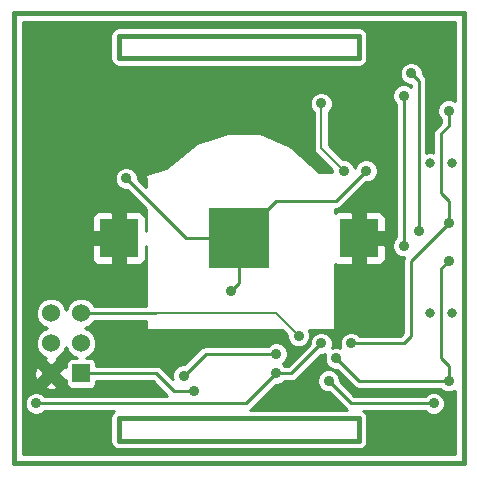
<source format=gbl>
G04 (created by PCBNEW-RS274X (2011-nov-30)-testing) date Mon 10 Sep 2012 05:33:44 PM EDT*
%MOIN*%
G04 Gerber Fmt 3.4, Leading zero omitted, Abs format*
%FSLAX34Y34*%
G01*
G70*
G90*
G04 APERTURE LIST*
%ADD10C,0.006*%
%ADD11C,0.015*%
%ADD12C,0.0315*%
%ADD13R,0.13X0.13*%
%ADD14R,0.2X0.2*%
%ADD15R,0.06X0.06*%
%ADD16C,0.06*%
%ADD17C,0.035*%
%ADD18C,0.008*%
%ADD19C,0.01*%
G04 APERTURE END LIST*
G54D10*
G54D11*
X79500Y-62500D02*
X87500Y-62500D01*
X87500Y-62500D02*
X87500Y-63250D01*
X87500Y-63250D02*
X79500Y-63250D01*
X79500Y-63250D02*
X79500Y-62500D01*
X79500Y-50500D02*
X79500Y-49750D01*
X87500Y-50500D02*
X79500Y-50500D01*
X87500Y-49750D02*
X87500Y-50500D01*
X79500Y-49750D02*
X87500Y-49750D01*
X91000Y-64000D02*
X91000Y-49000D01*
X76000Y-64000D02*
X91000Y-64000D01*
X76000Y-49000D02*
X76000Y-64000D01*
X76000Y-64000D02*
X76000Y-49000D01*
X76000Y-49000D02*
X91000Y-49000D01*
G54D12*
X90604Y-59000D03*
X89896Y-59000D03*
X90604Y-54000D03*
X89896Y-54000D03*
G54D13*
X87500Y-56500D03*
X79500Y-56500D03*
G54D14*
X83500Y-56500D03*
G54D15*
X78250Y-61000D03*
G54D16*
X77250Y-61000D03*
X78250Y-60000D03*
X77250Y-60000D03*
X78250Y-59000D03*
X77250Y-59000D03*
G54D17*
X85500Y-59750D03*
X87750Y-54250D03*
X83250Y-58250D03*
X79750Y-54500D03*
X86500Y-61250D03*
X90000Y-62000D03*
X89500Y-56250D03*
X89250Y-51000D03*
X89000Y-56750D03*
X89000Y-51750D03*
X87000Y-54250D03*
X86250Y-52000D03*
X82000Y-61600D03*
X76750Y-62000D03*
X86250Y-60000D03*
X84750Y-61000D03*
X84750Y-60350D03*
X81675Y-61075D03*
X90500Y-52250D03*
X90500Y-56000D03*
X87250Y-60000D03*
X90500Y-57250D03*
X90500Y-61250D03*
X86750Y-60500D03*
X78250Y-58000D03*
X80000Y-61500D03*
X80500Y-54000D03*
G54D18*
X85500Y-59750D02*
X84750Y-59000D01*
G54D19*
X78250Y-59000D02*
X80750Y-59000D01*
G54D18*
X84750Y-59000D02*
X80750Y-59000D01*
G54D19*
X87750Y-54250D02*
X86750Y-55250D01*
X86750Y-55250D02*
X84750Y-55250D01*
X84750Y-55250D02*
X83500Y-56500D01*
X83500Y-56500D02*
X83500Y-58000D01*
X83500Y-58000D02*
X83250Y-58250D01*
X83500Y-56500D02*
X81750Y-56500D01*
X81750Y-56500D02*
X79750Y-54500D01*
X86500Y-61250D02*
X87250Y-62000D01*
X87250Y-62000D02*
X90000Y-62000D01*
X89500Y-56250D02*
X89500Y-54500D01*
X89250Y-51000D02*
X89500Y-51250D01*
X89500Y-51250D02*
X89500Y-54500D01*
X89000Y-51750D02*
X89000Y-56750D01*
G54D18*
X86250Y-53500D02*
X87000Y-54250D01*
X86250Y-52000D02*
X86250Y-53500D01*
G54D19*
X78250Y-61000D02*
X80750Y-61000D01*
X81350Y-61600D02*
X82000Y-61600D01*
X80750Y-61000D02*
X81350Y-61600D01*
X76750Y-62000D02*
X77500Y-62000D01*
X84750Y-61000D02*
X85250Y-61000D01*
X85250Y-61000D02*
X86250Y-60000D01*
X83750Y-62000D02*
X84750Y-61000D01*
X77500Y-62000D02*
X83750Y-62000D01*
X82400Y-60350D02*
X84750Y-60350D01*
X81675Y-61075D02*
X82400Y-60350D01*
X90500Y-56000D02*
X90500Y-55250D01*
X90500Y-52750D02*
X90500Y-52250D01*
X90250Y-53000D02*
X90500Y-52750D01*
X90250Y-55000D02*
X90250Y-53000D01*
X90500Y-55250D02*
X90250Y-55000D01*
X89250Y-57250D02*
X90500Y-56000D01*
X89250Y-59750D02*
X89250Y-57250D01*
X89000Y-60000D02*
X89250Y-59750D01*
X87250Y-60000D02*
X89000Y-60000D01*
X90500Y-60750D02*
X90500Y-61250D01*
X90250Y-60500D02*
X90500Y-60750D01*
X90250Y-57500D02*
X90250Y-60500D01*
X90500Y-57250D02*
X90250Y-57500D01*
X87500Y-61250D02*
X90500Y-61250D01*
X86750Y-60500D02*
X87500Y-61250D01*
G54D10*
G36*
X90700Y-63700D02*
X86700Y-63700D01*
X86650Y-63700D01*
X76300Y-63700D01*
X76300Y-49300D01*
X90700Y-49300D01*
X90700Y-51915D01*
X90577Y-51865D01*
X90424Y-51864D01*
X90282Y-51923D01*
X90173Y-52031D01*
X90115Y-52173D01*
X90114Y-52326D01*
X90173Y-52468D01*
X90240Y-52535D01*
X90240Y-52642D01*
X90066Y-52816D01*
X90010Y-52900D01*
X89990Y-53000D01*
X89990Y-53641D01*
X89969Y-53633D01*
X89823Y-53633D01*
X89760Y-53659D01*
X89760Y-51250D01*
X89740Y-51151D01*
X89739Y-51150D01*
X89684Y-51066D01*
X89681Y-51064D01*
X89635Y-51018D01*
X89636Y-50924D01*
X89577Y-50782D01*
X89469Y-50673D01*
X89327Y-50615D01*
X89174Y-50614D01*
X89032Y-50673D01*
X88923Y-50781D01*
X88865Y-50923D01*
X88864Y-51076D01*
X88923Y-51218D01*
X89031Y-51327D01*
X89173Y-51385D01*
X89240Y-51385D01*
X89240Y-51444D01*
X89219Y-51423D01*
X89077Y-51365D01*
X88924Y-51364D01*
X88782Y-51423D01*
X88673Y-51531D01*
X88615Y-51673D01*
X88614Y-51826D01*
X88673Y-51968D01*
X88740Y-52035D01*
X88740Y-56464D01*
X88673Y-56531D01*
X88615Y-56673D01*
X88614Y-56826D01*
X88673Y-56968D01*
X88781Y-57077D01*
X88923Y-57135D01*
X89019Y-57135D01*
X89010Y-57150D01*
X88990Y-57250D01*
X88990Y-59642D01*
X88892Y-59740D01*
X88400Y-59740D01*
X88400Y-56762D01*
X88400Y-56238D01*
X88399Y-55899D01*
X88399Y-55800D01*
X88361Y-55709D01*
X88291Y-55639D01*
X88199Y-55601D01*
X87762Y-55600D01*
X87700Y-55662D01*
X87700Y-56300D01*
X88338Y-56300D01*
X88400Y-56238D01*
X88400Y-56762D01*
X88338Y-56700D01*
X87700Y-56700D01*
X87700Y-57338D01*
X87762Y-57400D01*
X88199Y-57399D01*
X88291Y-57361D01*
X88361Y-57291D01*
X88399Y-57200D01*
X88399Y-57101D01*
X88400Y-56762D01*
X88400Y-59740D01*
X87535Y-59740D01*
X87469Y-59673D01*
X87327Y-59615D01*
X87174Y-59614D01*
X87032Y-59673D01*
X86923Y-59781D01*
X86865Y-59923D01*
X86864Y-60076D01*
X86891Y-60141D01*
X86827Y-60115D01*
X86700Y-60114D01*
X86674Y-60114D01*
X86608Y-60141D01*
X86635Y-60077D01*
X86636Y-59924D01*
X86577Y-59782D01*
X86469Y-59673D01*
X86327Y-59615D01*
X86174Y-59614D01*
X86032Y-59673D01*
X85923Y-59781D01*
X85865Y-59923D01*
X85864Y-60017D01*
X85142Y-60740D01*
X85035Y-60740D01*
X84970Y-60674D01*
X85077Y-60569D01*
X85135Y-60427D01*
X85136Y-60274D01*
X85077Y-60132D01*
X84969Y-60023D01*
X84827Y-59965D01*
X84674Y-59964D01*
X84532Y-60023D01*
X84464Y-60090D01*
X82400Y-60090D01*
X82301Y-60110D01*
X82216Y-60166D01*
X81692Y-60689D01*
X81599Y-60689D01*
X81457Y-60748D01*
X81348Y-60856D01*
X81290Y-60998D01*
X81289Y-61151D01*
X81303Y-61186D01*
X80934Y-60816D01*
X80850Y-60760D01*
X80750Y-60740D01*
X78760Y-60740D01*
X78760Y-60658D01*
X78728Y-60581D01*
X78669Y-60522D01*
X78592Y-60490D01*
X78508Y-60490D01*
X78397Y-60490D01*
X78538Y-60432D01*
X78681Y-60289D01*
X78759Y-60102D01*
X78759Y-59899D01*
X78682Y-59712D01*
X78539Y-59569D01*
X78373Y-59499D01*
X78538Y-59432D01*
X78681Y-59289D01*
X78693Y-59260D01*
X80400Y-59260D01*
X80400Y-59550D01*
X84946Y-59550D01*
X85114Y-59717D01*
X85114Y-59826D01*
X85173Y-59968D01*
X85281Y-60077D01*
X85423Y-60135D01*
X85576Y-60136D01*
X85718Y-60077D01*
X85827Y-59969D01*
X85885Y-59827D01*
X85886Y-59674D01*
X85834Y-59550D01*
X86700Y-59550D01*
X86700Y-57352D01*
X86709Y-57361D01*
X86801Y-57399D01*
X87238Y-57400D01*
X87300Y-57338D01*
X87300Y-56750D01*
X87300Y-56700D01*
X87300Y-56300D01*
X87300Y-56250D01*
X87300Y-55662D01*
X87238Y-55600D01*
X86801Y-55601D01*
X86709Y-55639D01*
X86700Y-55648D01*
X86700Y-55510D01*
X86750Y-55510D01*
X86849Y-55490D01*
X86850Y-55490D01*
X86934Y-55434D01*
X87732Y-54635D01*
X87826Y-54636D01*
X87968Y-54577D01*
X88077Y-54469D01*
X88135Y-54327D01*
X88136Y-54174D01*
X88077Y-54032D01*
X87969Y-53923D01*
X87827Y-53865D01*
X87785Y-53864D01*
X87785Y-50500D01*
X87785Y-49750D01*
X87763Y-49641D01*
X87702Y-49548D01*
X87609Y-49487D01*
X87500Y-49465D01*
X79500Y-49465D01*
X79391Y-49487D01*
X79298Y-49548D01*
X79237Y-49641D01*
X79215Y-49750D01*
X79215Y-50500D01*
X79237Y-50609D01*
X79298Y-50702D01*
X79391Y-50763D01*
X79500Y-50785D01*
X87500Y-50785D01*
X87609Y-50763D01*
X87702Y-50702D01*
X87763Y-50609D01*
X87785Y-50500D01*
X87785Y-53864D01*
X87674Y-53864D01*
X87532Y-53923D01*
X87423Y-54031D01*
X87375Y-54148D01*
X87327Y-54032D01*
X87219Y-53923D01*
X87077Y-53865D01*
X86967Y-53864D01*
X86500Y-53396D01*
X86500Y-52295D01*
X86577Y-52219D01*
X86635Y-52077D01*
X86636Y-51924D01*
X86577Y-51782D01*
X86469Y-51673D01*
X86327Y-51615D01*
X86174Y-51614D01*
X86032Y-51673D01*
X85923Y-51781D01*
X85865Y-51923D01*
X85864Y-52076D01*
X85923Y-52218D01*
X86000Y-52295D01*
X86000Y-53500D01*
X86019Y-53596D01*
X86073Y-53677D01*
X86614Y-54217D01*
X86614Y-54300D01*
X86170Y-54300D01*
X85227Y-53407D01*
X84210Y-53000D01*
X83143Y-53000D01*
X82126Y-53305D01*
X81076Y-54155D01*
X80305Y-54375D01*
X80400Y-54471D01*
X80400Y-54782D01*
X80135Y-54517D01*
X80136Y-54424D01*
X80077Y-54282D01*
X79969Y-54173D01*
X79827Y-54115D01*
X79674Y-54114D01*
X79532Y-54173D01*
X79423Y-54281D01*
X79365Y-54423D01*
X79364Y-54576D01*
X79423Y-54718D01*
X79531Y-54827D01*
X79673Y-54885D01*
X79767Y-54885D01*
X80400Y-55518D01*
X80400Y-56238D01*
X80399Y-55899D01*
X80399Y-55800D01*
X80361Y-55709D01*
X80291Y-55639D01*
X80199Y-55601D01*
X79762Y-55600D01*
X79700Y-55662D01*
X79700Y-56250D01*
X79700Y-56300D01*
X79700Y-56700D01*
X79700Y-56750D01*
X79700Y-57338D01*
X79762Y-57400D01*
X80199Y-57399D01*
X80291Y-57361D01*
X80361Y-57291D01*
X80399Y-57200D01*
X80399Y-57101D01*
X80400Y-56762D01*
X80400Y-58740D01*
X79300Y-58740D01*
X79300Y-57338D01*
X79300Y-56700D01*
X79300Y-56300D01*
X79300Y-55662D01*
X79238Y-55600D01*
X78801Y-55601D01*
X78709Y-55639D01*
X78639Y-55709D01*
X78601Y-55800D01*
X78601Y-55899D01*
X78600Y-56238D01*
X78662Y-56300D01*
X79300Y-56300D01*
X79300Y-56700D01*
X78662Y-56700D01*
X78600Y-56762D01*
X78601Y-57101D01*
X78601Y-57200D01*
X78639Y-57291D01*
X78709Y-57361D01*
X78801Y-57399D01*
X79238Y-57400D01*
X79300Y-57338D01*
X79300Y-58740D01*
X78693Y-58740D01*
X78682Y-58712D01*
X78539Y-58569D01*
X78352Y-58491D01*
X78149Y-58491D01*
X77962Y-58568D01*
X77819Y-58711D01*
X77749Y-58876D01*
X77682Y-58712D01*
X77539Y-58569D01*
X77352Y-58491D01*
X77149Y-58491D01*
X76962Y-58568D01*
X76819Y-58711D01*
X76741Y-58898D01*
X76741Y-59101D01*
X76818Y-59288D01*
X76961Y-59431D01*
X77126Y-59500D01*
X76962Y-59568D01*
X76819Y-59711D01*
X76741Y-59898D01*
X76741Y-60101D01*
X76818Y-60288D01*
X76961Y-60431D01*
X77064Y-60473D01*
X77054Y-60476D01*
X77021Y-60559D01*
X77250Y-60788D01*
X77479Y-60559D01*
X77446Y-60476D01*
X77435Y-60474D01*
X77538Y-60432D01*
X77681Y-60289D01*
X77750Y-60123D01*
X77818Y-60288D01*
X77961Y-60431D01*
X78102Y-60490D01*
X77908Y-60490D01*
X77831Y-60522D01*
X77772Y-60581D01*
X77740Y-60658D01*
X77740Y-60742D01*
X77740Y-60790D01*
X77691Y-60771D01*
X77462Y-61000D01*
X77691Y-61229D01*
X77740Y-61209D01*
X77740Y-61342D01*
X77772Y-61419D01*
X77831Y-61478D01*
X77908Y-61510D01*
X77992Y-61510D01*
X78592Y-61510D01*
X78669Y-61478D01*
X78728Y-61419D01*
X78760Y-61342D01*
X78760Y-61260D01*
X80642Y-61260D01*
X81122Y-61740D01*
X77500Y-61740D01*
X77479Y-61740D01*
X77479Y-61441D01*
X77250Y-61212D01*
X77038Y-61424D01*
X77038Y-61000D01*
X76809Y-60771D01*
X76726Y-60804D01*
X76691Y-61020D01*
X76726Y-61196D01*
X76809Y-61229D01*
X77038Y-61000D01*
X77038Y-61424D01*
X77021Y-61441D01*
X77054Y-61524D01*
X77270Y-61559D01*
X77446Y-61524D01*
X77479Y-61441D01*
X77479Y-61740D01*
X77035Y-61740D01*
X76969Y-61673D01*
X76827Y-61615D01*
X76674Y-61614D01*
X76532Y-61673D01*
X76423Y-61781D01*
X76365Y-61923D01*
X76364Y-62076D01*
X76423Y-62218D01*
X76531Y-62327D01*
X76673Y-62385D01*
X76826Y-62386D01*
X76968Y-62327D01*
X77035Y-62260D01*
X77500Y-62260D01*
X79355Y-62260D01*
X79298Y-62298D01*
X79237Y-62391D01*
X79215Y-62500D01*
X79215Y-63250D01*
X79237Y-63359D01*
X79298Y-63452D01*
X79391Y-63513D01*
X79500Y-63535D01*
X86700Y-63535D01*
X87500Y-63535D01*
X87609Y-63513D01*
X87702Y-63452D01*
X87763Y-63359D01*
X87785Y-63250D01*
X87785Y-62500D01*
X87763Y-62391D01*
X87702Y-62298D01*
X87644Y-62260D01*
X89714Y-62260D01*
X89781Y-62327D01*
X89923Y-62385D01*
X90076Y-62386D01*
X90218Y-62327D01*
X90327Y-62219D01*
X90385Y-62077D01*
X90386Y-61924D01*
X90327Y-61782D01*
X90219Y-61673D01*
X90077Y-61615D01*
X89924Y-61614D01*
X89782Y-61673D01*
X89714Y-61740D01*
X87357Y-61740D01*
X86885Y-61267D01*
X86886Y-61174D01*
X86827Y-61032D01*
X86719Y-60923D01*
X86700Y-60915D01*
X86577Y-60865D01*
X86424Y-60864D01*
X86282Y-60923D01*
X86173Y-61031D01*
X86115Y-61173D01*
X86114Y-61326D01*
X86173Y-61468D01*
X86281Y-61577D01*
X86423Y-61635D01*
X86517Y-61635D01*
X86700Y-61817D01*
X87064Y-62181D01*
X87066Y-62184D01*
X87113Y-62215D01*
X86700Y-62215D01*
X83887Y-62215D01*
X83934Y-62184D01*
X84732Y-61385D01*
X84826Y-61386D01*
X84968Y-61327D01*
X85035Y-61260D01*
X85250Y-61260D01*
X85349Y-61240D01*
X85350Y-61240D01*
X85434Y-61184D01*
X86232Y-60385D01*
X86326Y-60386D01*
X86391Y-60358D01*
X86365Y-60423D01*
X86364Y-60576D01*
X86423Y-60718D01*
X86531Y-60827D01*
X86673Y-60885D01*
X86700Y-60885D01*
X86767Y-60885D01*
X87314Y-61431D01*
X87316Y-61434D01*
X87400Y-61489D01*
X87401Y-61490D01*
X87500Y-61510D01*
X90214Y-61510D01*
X90281Y-61577D01*
X90423Y-61635D01*
X90576Y-61636D01*
X90700Y-61584D01*
X90700Y-63700D01*
X90700Y-63700D01*
G37*
G54D19*
X90700Y-63700D02*
X86700Y-63700D01*
X86650Y-63700D01*
X76300Y-63700D01*
X76300Y-49300D01*
X90700Y-49300D01*
X90700Y-51915D01*
X90577Y-51865D01*
X90424Y-51864D01*
X90282Y-51923D01*
X90173Y-52031D01*
X90115Y-52173D01*
X90114Y-52326D01*
X90173Y-52468D01*
X90240Y-52535D01*
X90240Y-52642D01*
X90066Y-52816D01*
X90010Y-52900D01*
X89990Y-53000D01*
X89990Y-53641D01*
X89969Y-53633D01*
X89823Y-53633D01*
X89760Y-53659D01*
X89760Y-51250D01*
X89740Y-51151D01*
X89739Y-51150D01*
X89684Y-51066D01*
X89681Y-51064D01*
X89635Y-51018D01*
X89636Y-50924D01*
X89577Y-50782D01*
X89469Y-50673D01*
X89327Y-50615D01*
X89174Y-50614D01*
X89032Y-50673D01*
X88923Y-50781D01*
X88865Y-50923D01*
X88864Y-51076D01*
X88923Y-51218D01*
X89031Y-51327D01*
X89173Y-51385D01*
X89240Y-51385D01*
X89240Y-51444D01*
X89219Y-51423D01*
X89077Y-51365D01*
X88924Y-51364D01*
X88782Y-51423D01*
X88673Y-51531D01*
X88615Y-51673D01*
X88614Y-51826D01*
X88673Y-51968D01*
X88740Y-52035D01*
X88740Y-56464D01*
X88673Y-56531D01*
X88615Y-56673D01*
X88614Y-56826D01*
X88673Y-56968D01*
X88781Y-57077D01*
X88923Y-57135D01*
X89019Y-57135D01*
X89010Y-57150D01*
X88990Y-57250D01*
X88990Y-59642D01*
X88892Y-59740D01*
X88400Y-59740D01*
X88400Y-56762D01*
X88400Y-56238D01*
X88399Y-55899D01*
X88399Y-55800D01*
X88361Y-55709D01*
X88291Y-55639D01*
X88199Y-55601D01*
X87762Y-55600D01*
X87700Y-55662D01*
X87700Y-56300D01*
X88338Y-56300D01*
X88400Y-56238D01*
X88400Y-56762D01*
X88338Y-56700D01*
X87700Y-56700D01*
X87700Y-57338D01*
X87762Y-57400D01*
X88199Y-57399D01*
X88291Y-57361D01*
X88361Y-57291D01*
X88399Y-57200D01*
X88399Y-57101D01*
X88400Y-56762D01*
X88400Y-59740D01*
X87535Y-59740D01*
X87469Y-59673D01*
X87327Y-59615D01*
X87174Y-59614D01*
X87032Y-59673D01*
X86923Y-59781D01*
X86865Y-59923D01*
X86864Y-60076D01*
X86891Y-60141D01*
X86827Y-60115D01*
X86700Y-60114D01*
X86674Y-60114D01*
X86608Y-60141D01*
X86635Y-60077D01*
X86636Y-59924D01*
X86577Y-59782D01*
X86469Y-59673D01*
X86327Y-59615D01*
X86174Y-59614D01*
X86032Y-59673D01*
X85923Y-59781D01*
X85865Y-59923D01*
X85864Y-60017D01*
X85142Y-60740D01*
X85035Y-60740D01*
X84970Y-60674D01*
X85077Y-60569D01*
X85135Y-60427D01*
X85136Y-60274D01*
X85077Y-60132D01*
X84969Y-60023D01*
X84827Y-59965D01*
X84674Y-59964D01*
X84532Y-60023D01*
X84464Y-60090D01*
X82400Y-60090D01*
X82301Y-60110D01*
X82216Y-60166D01*
X81692Y-60689D01*
X81599Y-60689D01*
X81457Y-60748D01*
X81348Y-60856D01*
X81290Y-60998D01*
X81289Y-61151D01*
X81303Y-61186D01*
X80934Y-60816D01*
X80850Y-60760D01*
X80750Y-60740D01*
X78760Y-60740D01*
X78760Y-60658D01*
X78728Y-60581D01*
X78669Y-60522D01*
X78592Y-60490D01*
X78508Y-60490D01*
X78397Y-60490D01*
X78538Y-60432D01*
X78681Y-60289D01*
X78759Y-60102D01*
X78759Y-59899D01*
X78682Y-59712D01*
X78539Y-59569D01*
X78373Y-59499D01*
X78538Y-59432D01*
X78681Y-59289D01*
X78693Y-59260D01*
X80400Y-59260D01*
X80400Y-59550D01*
X84946Y-59550D01*
X85114Y-59717D01*
X85114Y-59826D01*
X85173Y-59968D01*
X85281Y-60077D01*
X85423Y-60135D01*
X85576Y-60136D01*
X85718Y-60077D01*
X85827Y-59969D01*
X85885Y-59827D01*
X85886Y-59674D01*
X85834Y-59550D01*
X86700Y-59550D01*
X86700Y-57352D01*
X86709Y-57361D01*
X86801Y-57399D01*
X87238Y-57400D01*
X87300Y-57338D01*
X87300Y-56750D01*
X87300Y-56700D01*
X87300Y-56300D01*
X87300Y-56250D01*
X87300Y-55662D01*
X87238Y-55600D01*
X86801Y-55601D01*
X86709Y-55639D01*
X86700Y-55648D01*
X86700Y-55510D01*
X86750Y-55510D01*
X86849Y-55490D01*
X86850Y-55490D01*
X86934Y-55434D01*
X87732Y-54635D01*
X87826Y-54636D01*
X87968Y-54577D01*
X88077Y-54469D01*
X88135Y-54327D01*
X88136Y-54174D01*
X88077Y-54032D01*
X87969Y-53923D01*
X87827Y-53865D01*
X87785Y-53864D01*
X87785Y-50500D01*
X87785Y-49750D01*
X87763Y-49641D01*
X87702Y-49548D01*
X87609Y-49487D01*
X87500Y-49465D01*
X79500Y-49465D01*
X79391Y-49487D01*
X79298Y-49548D01*
X79237Y-49641D01*
X79215Y-49750D01*
X79215Y-50500D01*
X79237Y-50609D01*
X79298Y-50702D01*
X79391Y-50763D01*
X79500Y-50785D01*
X87500Y-50785D01*
X87609Y-50763D01*
X87702Y-50702D01*
X87763Y-50609D01*
X87785Y-50500D01*
X87785Y-53864D01*
X87674Y-53864D01*
X87532Y-53923D01*
X87423Y-54031D01*
X87375Y-54148D01*
X87327Y-54032D01*
X87219Y-53923D01*
X87077Y-53865D01*
X86967Y-53864D01*
X86500Y-53396D01*
X86500Y-52295D01*
X86577Y-52219D01*
X86635Y-52077D01*
X86636Y-51924D01*
X86577Y-51782D01*
X86469Y-51673D01*
X86327Y-51615D01*
X86174Y-51614D01*
X86032Y-51673D01*
X85923Y-51781D01*
X85865Y-51923D01*
X85864Y-52076D01*
X85923Y-52218D01*
X86000Y-52295D01*
X86000Y-53500D01*
X86019Y-53596D01*
X86073Y-53677D01*
X86614Y-54217D01*
X86614Y-54300D01*
X86170Y-54300D01*
X85227Y-53407D01*
X84210Y-53000D01*
X83143Y-53000D01*
X82126Y-53305D01*
X81076Y-54155D01*
X80305Y-54375D01*
X80400Y-54471D01*
X80400Y-54782D01*
X80135Y-54517D01*
X80136Y-54424D01*
X80077Y-54282D01*
X79969Y-54173D01*
X79827Y-54115D01*
X79674Y-54114D01*
X79532Y-54173D01*
X79423Y-54281D01*
X79365Y-54423D01*
X79364Y-54576D01*
X79423Y-54718D01*
X79531Y-54827D01*
X79673Y-54885D01*
X79767Y-54885D01*
X80400Y-55518D01*
X80400Y-56238D01*
X80399Y-55899D01*
X80399Y-55800D01*
X80361Y-55709D01*
X80291Y-55639D01*
X80199Y-55601D01*
X79762Y-55600D01*
X79700Y-55662D01*
X79700Y-56250D01*
X79700Y-56300D01*
X79700Y-56700D01*
X79700Y-56750D01*
X79700Y-57338D01*
X79762Y-57400D01*
X80199Y-57399D01*
X80291Y-57361D01*
X80361Y-57291D01*
X80399Y-57200D01*
X80399Y-57101D01*
X80400Y-56762D01*
X80400Y-58740D01*
X79300Y-58740D01*
X79300Y-57338D01*
X79300Y-56700D01*
X79300Y-56300D01*
X79300Y-55662D01*
X79238Y-55600D01*
X78801Y-55601D01*
X78709Y-55639D01*
X78639Y-55709D01*
X78601Y-55800D01*
X78601Y-55899D01*
X78600Y-56238D01*
X78662Y-56300D01*
X79300Y-56300D01*
X79300Y-56700D01*
X78662Y-56700D01*
X78600Y-56762D01*
X78601Y-57101D01*
X78601Y-57200D01*
X78639Y-57291D01*
X78709Y-57361D01*
X78801Y-57399D01*
X79238Y-57400D01*
X79300Y-57338D01*
X79300Y-58740D01*
X78693Y-58740D01*
X78682Y-58712D01*
X78539Y-58569D01*
X78352Y-58491D01*
X78149Y-58491D01*
X77962Y-58568D01*
X77819Y-58711D01*
X77749Y-58876D01*
X77682Y-58712D01*
X77539Y-58569D01*
X77352Y-58491D01*
X77149Y-58491D01*
X76962Y-58568D01*
X76819Y-58711D01*
X76741Y-58898D01*
X76741Y-59101D01*
X76818Y-59288D01*
X76961Y-59431D01*
X77126Y-59500D01*
X76962Y-59568D01*
X76819Y-59711D01*
X76741Y-59898D01*
X76741Y-60101D01*
X76818Y-60288D01*
X76961Y-60431D01*
X77064Y-60473D01*
X77054Y-60476D01*
X77021Y-60559D01*
X77250Y-60788D01*
X77479Y-60559D01*
X77446Y-60476D01*
X77435Y-60474D01*
X77538Y-60432D01*
X77681Y-60289D01*
X77750Y-60123D01*
X77818Y-60288D01*
X77961Y-60431D01*
X78102Y-60490D01*
X77908Y-60490D01*
X77831Y-60522D01*
X77772Y-60581D01*
X77740Y-60658D01*
X77740Y-60742D01*
X77740Y-60790D01*
X77691Y-60771D01*
X77462Y-61000D01*
X77691Y-61229D01*
X77740Y-61209D01*
X77740Y-61342D01*
X77772Y-61419D01*
X77831Y-61478D01*
X77908Y-61510D01*
X77992Y-61510D01*
X78592Y-61510D01*
X78669Y-61478D01*
X78728Y-61419D01*
X78760Y-61342D01*
X78760Y-61260D01*
X80642Y-61260D01*
X81122Y-61740D01*
X77500Y-61740D01*
X77479Y-61740D01*
X77479Y-61441D01*
X77250Y-61212D01*
X77038Y-61424D01*
X77038Y-61000D01*
X76809Y-60771D01*
X76726Y-60804D01*
X76691Y-61020D01*
X76726Y-61196D01*
X76809Y-61229D01*
X77038Y-61000D01*
X77038Y-61424D01*
X77021Y-61441D01*
X77054Y-61524D01*
X77270Y-61559D01*
X77446Y-61524D01*
X77479Y-61441D01*
X77479Y-61740D01*
X77035Y-61740D01*
X76969Y-61673D01*
X76827Y-61615D01*
X76674Y-61614D01*
X76532Y-61673D01*
X76423Y-61781D01*
X76365Y-61923D01*
X76364Y-62076D01*
X76423Y-62218D01*
X76531Y-62327D01*
X76673Y-62385D01*
X76826Y-62386D01*
X76968Y-62327D01*
X77035Y-62260D01*
X77500Y-62260D01*
X79355Y-62260D01*
X79298Y-62298D01*
X79237Y-62391D01*
X79215Y-62500D01*
X79215Y-63250D01*
X79237Y-63359D01*
X79298Y-63452D01*
X79391Y-63513D01*
X79500Y-63535D01*
X86700Y-63535D01*
X87500Y-63535D01*
X87609Y-63513D01*
X87702Y-63452D01*
X87763Y-63359D01*
X87785Y-63250D01*
X87785Y-62500D01*
X87763Y-62391D01*
X87702Y-62298D01*
X87644Y-62260D01*
X89714Y-62260D01*
X89781Y-62327D01*
X89923Y-62385D01*
X90076Y-62386D01*
X90218Y-62327D01*
X90327Y-62219D01*
X90385Y-62077D01*
X90386Y-61924D01*
X90327Y-61782D01*
X90219Y-61673D01*
X90077Y-61615D01*
X89924Y-61614D01*
X89782Y-61673D01*
X89714Y-61740D01*
X87357Y-61740D01*
X86885Y-61267D01*
X86886Y-61174D01*
X86827Y-61032D01*
X86719Y-60923D01*
X86700Y-60915D01*
X86577Y-60865D01*
X86424Y-60864D01*
X86282Y-60923D01*
X86173Y-61031D01*
X86115Y-61173D01*
X86114Y-61326D01*
X86173Y-61468D01*
X86281Y-61577D01*
X86423Y-61635D01*
X86517Y-61635D01*
X86700Y-61817D01*
X87064Y-62181D01*
X87066Y-62184D01*
X87113Y-62215D01*
X86700Y-62215D01*
X83887Y-62215D01*
X83934Y-62184D01*
X84732Y-61385D01*
X84826Y-61386D01*
X84968Y-61327D01*
X85035Y-61260D01*
X85250Y-61260D01*
X85349Y-61240D01*
X85350Y-61240D01*
X85434Y-61184D01*
X86232Y-60385D01*
X86326Y-60386D01*
X86391Y-60358D01*
X86365Y-60423D01*
X86364Y-60576D01*
X86423Y-60718D01*
X86531Y-60827D01*
X86673Y-60885D01*
X86700Y-60885D01*
X86767Y-60885D01*
X87314Y-61431D01*
X87316Y-61434D01*
X87400Y-61489D01*
X87401Y-61490D01*
X87500Y-61510D01*
X90214Y-61510D01*
X90281Y-61577D01*
X90423Y-61635D01*
X90576Y-61636D01*
X90700Y-61584D01*
X90700Y-63700D01*
M02*

</source>
